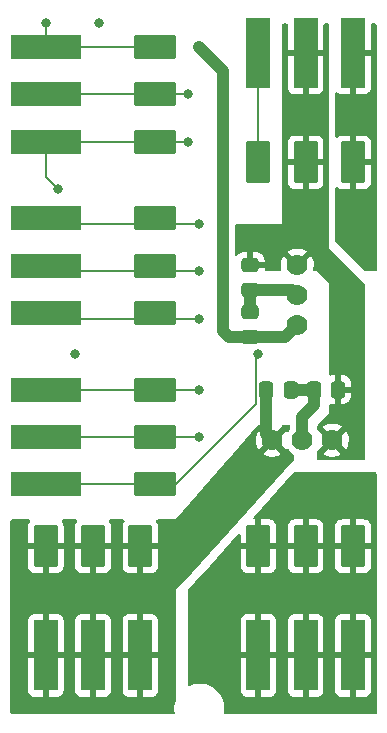
<source format=gbr>
%TF.GenerationSoftware,KiCad,Pcbnew,(6.0.4)*%
%TF.CreationDate,2022-11-04T10:04:38-04:00*%
%TF.ProjectId,controller board,636f6e74-726f-46c6-9c65-7220626f6172,rev?*%
%TF.SameCoordinates,Original*%
%TF.FileFunction,Copper,L1,Top*%
%TF.FilePolarity,Positive*%
%FSLAX46Y46*%
G04 Gerber Fmt 4.6, Leading zero omitted, Abs format (unit mm)*
G04 Created by KiCad (PCBNEW (6.0.4)) date 2022-11-04 10:04:38*
%MOMM*%
%LPD*%
G01*
G04 APERTURE LIST*
G04 Aperture macros list*
%AMRoundRect*
0 Rectangle with rounded corners*
0 $1 Rounding radius*
0 $2 $3 $4 $5 $6 $7 $8 $9 X,Y pos of 4 corners*
0 Add a 4 corners polygon primitive as box body*
4,1,4,$2,$3,$4,$5,$6,$7,$8,$9,$2,$3,0*
0 Add four circle primitives for the rounded corners*
1,1,$1+$1,$2,$3*
1,1,$1+$1,$4,$5*
1,1,$1+$1,$6,$7*
1,1,$1+$1,$8,$9*
0 Add four rect primitives between the rounded corners*
20,1,$1+$1,$2,$3,$4,$5,0*
20,1,$1+$1,$4,$5,$6,$7,0*
20,1,$1+$1,$6,$7,$8,$9,0*
20,1,$1+$1,$8,$9,$2,$3,0*%
G04 Aperture macros list end*
%TA.AperFunction,SMDPad,CuDef*%
%ADD10RoundRect,0.100000X-1.650000X-0.900000X1.650000X-0.900000X1.650000X0.900000X-1.650000X0.900000X0*%
%TD*%
%TA.AperFunction,SMDPad,CuDef*%
%ADD11RoundRect,0.100000X-2.900000X-0.900000X2.900000X-0.900000X2.900000X0.900000X-2.900000X0.900000X0*%
%TD*%
%TA.AperFunction,SMDPad,CuDef*%
%ADD12RoundRect,0.250000X-0.475000X0.337500X-0.475000X-0.337500X0.475000X-0.337500X0.475000X0.337500X0*%
%TD*%
%TA.AperFunction,ComponentPad*%
%ADD13C,1.778000*%
%TD*%
%TA.AperFunction,SMDPad,CuDef*%
%ADD14RoundRect,0.250000X-0.337500X-0.475000X0.337500X-0.475000X0.337500X0.475000X-0.337500X0.475000X0*%
%TD*%
%TA.AperFunction,SMDPad,CuDef*%
%ADD15RoundRect,0.100000X0.900000X-1.650000X0.900000X1.650000X-0.900000X1.650000X-0.900000X-1.650000X0*%
%TD*%
%TA.AperFunction,SMDPad,CuDef*%
%ADD16RoundRect,0.100000X0.900000X-2.900000X0.900000X2.900000X-0.900000X2.900000X-0.900000X-2.900000X0*%
%TD*%
%TA.AperFunction,SMDPad,CuDef*%
%ADD17RoundRect,0.250000X0.337500X0.475000X-0.337500X0.475000X-0.337500X-0.475000X0.337500X-0.475000X0*%
%TD*%
%TA.AperFunction,SMDPad,CuDef*%
%ADD18RoundRect,0.100000X-0.900000X2.900000X-0.900000X-2.900000X0.900000X-2.900000X0.900000X2.900000X0*%
%TD*%
%TA.AperFunction,SMDPad,CuDef*%
%ADD19RoundRect,0.100000X-0.900000X1.650000X-0.900000X-1.650000X0.900000X-1.650000X0.900000X1.650000X0*%
%TD*%
%TA.AperFunction,SMDPad,CuDef*%
%ADD20RoundRect,0.250000X0.475000X-0.337500X0.475000X0.337500X-0.475000X0.337500X-0.475000X-0.337500X0*%
%TD*%
%TA.AperFunction,ViaPad*%
%ADD21C,0.800000*%
%TD*%
%TA.AperFunction,Conductor*%
%ADD22C,0.200000*%
%TD*%
%TA.AperFunction,Conductor*%
%ADD23C,1.000000*%
%TD*%
G04 APERTURE END LIST*
D10*
%TO.P,J6,1,Pin_1*%
%TO.N,/CH3 EN*%
X116250000Y-81000000D03*
D11*
X107000000Y-81000000D03*
D10*
%TO.P,J6,2,Pin_2*%
%TO.N,/CH3 CW*%
X116250000Y-85000000D03*
D11*
X107000000Y-85000000D03*
D10*
%TO.P,J6,3,Pin_3*%
%TO.N,/CH3 WW*%
X116250000Y-89000000D03*
D11*
X107000000Y-89000000D03*
%TD*%
D12*
%TO.P,C1,1*%
%TO.N,+24V*%
X124286000Y-70462500D03*
%TO.P,C1,2*%
%TO.N,GND*%
X124286000Y-72537500D03*
%TD*%
D10*
%TO.P,J5,1,Pin_1*%
%TO.N,/CH2 EN*%
X116250000Y-66500000D03*
D11*
X107000000Y-66500000D03*
D10*
%TO.P,J5,2,Pin_2*%
%TO.N,/CH2 CW*%
X116250000Y-70500000D03*
D11*
X107000000Y-70500000D03*
D10*
%TO.P,J5,3,Pin_3*%
%TO.N,/CH2 WW*%
X116250000Y-74500000D03*
D11*
X107000000Y-74500000D03*
%TD*%
D10*
%TO.P,J4,1,Pin_1*%
%TO.N,/CH1 EN*%
X116250000Y-52000000D03*
D11*
X107000000Y-52000000D03*
%TO.P,J4,2,Pin_2*%
%TO.N,/CH1 CW*%
X107000000Y-56000000D03*
D10*
X116250000Y-56000000D03*
D11*
%TO.P,J4,3,Pin_3*%
%TO.N,/CH1 WW*%
X107000000Y-60000000D03*
D10*
X116250000Y-60000000D03*
%TD*%
D13*
%TO.P,U2,1,+Vin*%
%TO.N,+24V*%
X131254000Y-85286000D03*
%TO.P,U2,2,GND*%
%TO.N,GND*%
X128714000Y-85286000D03*
%TO.P,U2,3,+Vout_12*%
%TO.N,+12V*%
X126174000Y-85286000D03*
%TD*%
D14*
%TO.P,C4,1*%
%TO.N,+12V*%
X125676500Y-81000000D03*
%TO.P,C4,2*%
%TO.N,GND*%
X127751500Y-81000000D03*
%TD*%
D15*
%TO.P,J3,1,Pin_1*%
%TO.N,GND*%
X125000000Y-94250000D03*
D16*
X125000000Y-103500000D03*
D15*
%TO.P,J3,2,Pin_2*%
X129000000Y-94250000D03*
D16*
X129000000Y-103500000D03*
%TO.P,J3,3,Pin_3*%
X133000000Y-103500000D03*
D15*
X133000000Y-94250000D03*
%TD*%
D17*
%TO.P,C2,1*%
%TO.N,+24V*%
X131751500Y-81000000D03*
%TO.P,C2,2*%
%TO.N,GND*%
X129676500Y-81000000D03*
%TD*%
D18*
%TO.P,J1,1,Pin_1*%
%TO.N,GND*%
X133000000Y-52500000D03*
D19*
X133000000Y-61750000D03*
%TO.P,J1,2,Pin_2*%
%TO.N,+24V*%
X129000000Y-61750000D03*
D18*
X129000000Y-52500000D03*
D19*
%TO.P,J1,3,Pin_3*%
%TO.N,unconnected-(J1-Pad3)*%
X125000000Y-61750000D03*
D18*
X125000000Y-52500000D03*
%TD*%
D16*
%TO.P,J2,1,Pin_1*%
%TO.N,+12V*%
X107000000Y-103500000D03*
D15*
X107000000Y-94250000D03*
%TO.P,J2,2,Pin_2*%
X111000000Y-94250000D03*
D16*
X111000000Y-103500000D03*
%TO.P,J2,3,Pin_3*%
X115000000Y-103500000D03*
D15*
X115000000Y-94250000D03*
%TD*%
D13*
%TO.P,U1,1,+Vin*%
%TO.N,+24V*%
X128286000Y-70460000D03*
%TO.P,U1,2,GND*%
%TO.N,GND*%
X128286000Y-73000000D03*
%TO.P,U1,3,+Vout_3v3*%
%TO.N,+3V3*%
X128286000Y-75540000D03*
%TD*%
D20*
%TO.P,C3,1*%
%TO.N,+3V3*%
X124286000Y-76537500D03*
%TO.P,C3,2*%
%TO.N,GND*%
X124286000Y-74462500D03*
%TD*%
D21*
%TO.N,GND*%
X129500000Y-91000000D03*
X134000000Y-64500000D03*
X109500000Y-78000000D03*
X121500000Y-101500000D03*
X120000000Y-100000000D03*
X123000000Y-98500000D03*
X111500000Y-50000000D03*
X134000000Y-69000000D03*
X122981048Y-99981808D03*
X123000000Y-104500000D03*
X134000000Y-91000000D03*
X134000000Y-66000000D03*
X123000000Y-101500000D03*
X126500000Y-91000000D03*
X120000000Y-101500000D03*
X132500000Y-66000000D03*
X131000000Y-91000000D03*
X134000000Y-67500000D03*
X132500000Y-64500000D03*
X122981048Y-102996739D03*
X120000000Y-98500000D03*
X132500000Y-91000000D03*
X132500000Y-67500000D03*
X121500000Y-97000000D03*
X121500000Y-98500000D03*
X121500000Y-103000000D03*
X128000000Y-91000000D03*
X121500000Y-100000000D03*
X120000000Y-103000000D03*
X123000000Y-97000000D03*
%TO.N,+3V3*%
X120000000Y-52000000D03*
%TO.N,/CH1 EN*%
X107000000Y-50000000D03*
%TO.N,/CH1 CW*%
X119000000Y-56000000D03*
%TO.N,/CH1 WW*%
X108000000Y-64000000D03*
X119000000Y-60000000D03*
%TO.N,/CH2 EN*%
X120000000Y-67000000D03*
%TO.N,/CH2 CW*%
X120000000Y-71000000D03*
%TO.N,/CH2 WW*%
X120000000Y-75000000D03*
%TO.N,/CH3 EN*%
X120000000Y-81000000D03*
%TO.N,/CH3 CW*%
X120000000Y-85000000D03*
%TO.N,/CH3 WW*%
X125000000Y-78000000D03*
%TD*%
D22*
%TO.N,unconnected-(J1-Pad3)*%
X125000000Y-52500000D02*
X125000000Y-61750000D01*
D23*
%TO.N,GND*%
X127823500Y-72537500D02*
X128286000Y-73000000D01*
X124286000Y-72537500D02*
X127823500Y-72537500D01*
X124286000Y-72537500D02*
X124286000Y-74462500D01*
%TO.N,+3V3*%
X127288500Y-76537500D02*
X128286000Y-75540000D01*
X124286000Y-76537500D02*
X127288500Y-76537500D01*
X122537500Y-76537500D02*
X124286000Y-76537500D01*
X122000000Y-76000000D02*
X122537500Y-76537500D01*
X120000000Y-52000000D02*
X122000000Y-54000000D01*
X122000000Y-54000000D02*
X122000000Y-76000000D01*
%TO.N,GND*%
X129676500Y-81000000D02*
X129676500Y-82323500D01*
X129676500Y-81000000D02*
X127751500Y-81000000D01*
X129676500Y-82323500D02*
X128714000Y-83286000D01*
X128714000Y-83286000D02*
X128714000Y-85286000D01*
%TO.N,+12V*%
X125676500Y-81000000D02*
X125676500Y-84788500D01*
X125676500Y-84788500D02*
X126174000Y-85286000D01*
D22*
%TO.N,/CH1 EN*%
X107000000Y-52000000D02*
X116250000Y-52000000D01*
X107000000Y-50000000D02*
X107000000Y-52000000D01*
%TO.N,/CH1 CW*%
X119000000Y-56000000D02*
X116250000Y-56000000D01*
X107000000Y-56000000D02*
X116250000Y-56000000D01*
%TO.N,/CH1 WW*%
X107000000Y-60000000D02*
X107000000Y-63000000D01*
X119000000Y-60000000D02*
X116250000Y-60000000D01*
X107000000Y-60000000D02*
X116250000Y-60000000D01*
X107000000Y-63000000D02*
X108000000Y-64000000D01*
%TO.N,/CH2 EN*%
X107000000Y-67000000D02*
X116250000Y-67000000D01*
X120000000Y-67000000D02*
X116250000Y-67000000D01*
%TO.N,/CH2 CW*%
X116250000Y-71000000D02*
X120000000Y-71000000D01*
X107000000Y-71000000D02*
X116250000Y-71000000D01*
%TO.N,/CH2 WW*%
X120000000Y-75000000D02*
X116250000Y-75000000D01*
X107000000Y-75000000D02*
X116250000Y-75000000D01*
%TO.N,/CH3 EN*%
X116250000Y-81000000D02*
X120000000Y-81000000D01*
X107000000Y-81000000D02*
X116250000Y-81000000D01*
%TO.N,/CH3 CW*%
X116250000Y-85000000D02*
X120000000Y-85000000D01*
X116250000Y-85000000D02*
X107000000Y-85000000D01*
%TO.N,/CH3 WW*%
X118000000Y-89000000D02*
X124789480Y-82210520D01*
X124789480Y-82210520D02*
X124789480Y-78210520D01*
X116250000Y-89000000D02*
X118000000Y-89000000D01*
X124789480Y-78210520D02*
X125000000Y-78000000D01*
X107000000Y-89000000D02*
X116250000Y-89000000D01*
%TD*%
%TA.AperFunction,Conductor*%
%TO.N,GND*%
G36*
X134942121Y-88020002D02*
G01*
X134988614Y-88073658D01*
X135000000Y-88126000D01*
X135000000Y-108374000D01*
X134979998Y-108442121D01*
X134926342Y-108488614D01*
X134874000Y-108500000D01*
X122203822Y-108500000D01*
X122135701Y-108479998D01*
X122089208Y-108426342D01*
X122079079Y-108356247D01*
X122107146Y-108159036D01*
X122107146Y-108159034D01*
X122107751Y-108154784D01*
X122109257Y-107867297D01*
X122071732Y-107582266D01*
X121995871Y-107304964D01*
X121883077Y-107040524D01*
X121808527Y-106915960D01*
X121737643Y-106797521D01*
X121737640Y-106797517D01*
X121735439Y-106793839D01*
X121555687Y-106569472D01*
X121432289Y-106452372D01*
X121414745Y-106435723D01*
X123492001Y-106435723D01*
X123492539Y-106443935D01*
X123506572Y-106550533D01*
X123510810Y-106566348D01*
X123565753Y-106698993D01*
X123573941Y-106713176D01*
X123661344Y-106827080D01*
X123672920Y-106838656D01*
X123786824Y-106926059D01*
X123801007Y-106934247D01*
X123933650Y-106989190D01*
X123949468Y-106993428D01*
X124056066Y-107007462D01*
X124064275Y-107008000D01*
X124727885Y-107008000D01*
X124743124Y-107003525D01*
X124744329Y-107002135D01*
X124746000Y-106994452D01*
X124746000Y-106989884D01*
X125254000Y-106989884D01*
X125258475Y-107005123D01*
X125259865Y-107006328D01*
X125267548Y-107007999D01*
X125935723Y-107007999D01*
X125943935Y-107007461D01*
X126050533Y-106993428D01*
X126066348Y-106989190D01*
X126198993Y-106934247D01*
X126213176Y-106926059D01*
X126327080Y-106838656D01*
X126338656Y-106827080D01*
X126426059Y-106713176D01*
X126434247Y-106698993D01*
X126489190Y-106566350D01*
X126493428Y-106550532D01*
X126507462Y-106443934D01*
X126508000Y-106435725D01*
X126508000Y-106435723D01*
X127492001Y-106435723D01*
X127492539Y-106443935D01*
X127506572Y-106550533D01*
X127510810Y-106566348D01*
X127565753Y-106698993D01*
X127573941Y-106713176D01*
X127661344Y-106827080D01*
X127672920Y-106838656D01*
X127786824Y-106926059D01*
X127801007Y-106934247D01*
X127933650Y-106989190D01*
X127949468Y-106993428D01*
X128056066Y-107007462D01*
X128064275Y-107008000D01*
X128727885Y-107008000D01*
X128743124Y-107003525D01*
X128744329Y-107002135D01*
X128746000Y-106994452D01*
X128746000Y-106989884D01*
X129254000Y-106989884D01*
X129258475Y-107005123D01*
X129259865Y-107006328D01*
X129267548Y-107007999D01*
X129935723Y-107007999D01*
X129943935Y-107007461D01*
X130050533Y-106993428D01*
X130066348Y-106989190D01*
X130198993Y-106934247D01*
X130213176Y-106926059D01*
X130327080Y-106838656D01*
X130338656Y-106827080D01*
X130426059Y-106713176D01*
X130434247Y-106698993D01*
X130489190Y-106566350D01*
X130493428Y-106550532D01*
X130507462Y-106443934D01*
X130508000Y-106435725D01*
X130508000Y-106435723D01*
X131492001Y-106435723D01*
X131492539Y-106443935D01*
X131506572Y-106550533D01*
X131510810Y-106566348D01*
X131565753Y-106698993D01*
X131573941Y-106713176D01*
X131661344Y-106827080D01*
X131672920Y-106838656D01*
X131786824Y-106926059D01*
X131801007Y-106934247D01*
X131933650Y-106989190D01*
X131949468Y-106993428D01*
X132056066Y-107007462D01*
X132064275Y-107008000D01*
X132727885Y-107008000D01*
X132743124Y-107003525D01*
X132744329Y-107002135D01*
X132746000Y-106994452D01*
X132746000Y-106989884D01*
X133254000Y-106989884D01*
X133258475Y-107005123D01*
X133259865Y-107006328D01*
X133267548Y-107007999D01*
X133935723Y-107007999D01*
X133943935Y-107007461D01*
X134050533Y-106993428D01*
X134066348Y-106989190D01*
X134198993Y-106934247D01*
X134213176Y-106926059D01*
X134327080Y-106838656D01*
X134338656Y-106827080D01*
X134426059Y-106713176D01*
X134434247Y-106698993D01*
X134489190Y-106566350D01*
X134493428Y-106550532D01*
X134507462Y-106443934D01*
X134508000Y-106435725D01*
X134508000Y-103772115D01*
X134503525Y-103756876D01*
X134502135Y-103755671D01*
X134494452Y-103754000D01*
X133272115Y-103754000D01*
X133256876Y-103758475D01*
X133255671Y-103759865D01*
X133254000Y-103767548D01*
X133254000Y-106989884D01*
X132746000Y-106989884D01*
X132746000Y-103772115D01*
X132741525Y-103756876D01*
X132740135Y-103755671D01*
X132732452Y-103754000D01*
X131510116Y-103754000D01*
X131494877Y-103758475D01*
X131493672Y-103759865D01*
X131492001Y-103767548D01*
X131492001Y-106435723D01*
X130508000Y-106435723D01*
X130508000Y-103772115D01*
X130503525Y-103756876D01*
X130502135Y-103755671D01*
X130494452Y-103754000D01*
X129272115Y-103754000D01*
X129256876Y-103758475D01*
X129255671Y-103759865D01*
X129254000Y-103767548D01*
X129254000Y-106989884D01*
X128746000Y-106989884D01*
X128746000Y-103772115D01*
X128741525Y-103756876D01*
X128740135Y-103755671D01*
X128732452Y-103754000D01*
X127510116Y-103754000D01*
X127494877Y-103758475D01*
X127493672Y-103759865D01*
X127492001Y-103767548D01*
X127492001Y-106435723D01*
X126508000Y-106435723D01*
X126508000Y-103772115D01*
X126503525Y-103756876D01*
X126502135Y-103755671D01*
X126494452Y-103754000D01*
X125272115Y-103754000D01*
X125256876Y-103758475D01*
X125255671Y-103759865D01*
X125254000Y-103767548D01*
X125254000Y-106989884D01*
X124746000Y-106989884D01*
X124746000Y-103772115D01*
X124741525Y-103756876D01*
X124740135Y-103755671D01*
X124732452Y-103754000D01*
X123510116Y-103754000D01*
X123494877Y-103758475D01*
X123493672Y-103759865D01*
X123492001Y-103767548D01*
X123492001Y-106435723D01*
X121414745Y-106435723D01*
X121350258Y-106374527D01*
X121350255Y-106374525D01*
X121347149Y-106371577D01*
X121113683Y-106203814D01*
X121091843Y-106192250D01*
X121068654Y-106179972D01*
X120859608Y-106069288D01*
X120589627Y-105970489D01*
X120308736Y-105909245D01*
X120277685Y-105906801D01*
X120085718Y-105891693D01*
X120085709Y-105891693D01*
X120083261Y-105891500D01*
X119927729Y-105891500D01*
X119925593Y-105891646D01*
X119925582Y-105891646D01*
X119717452Y-105905835D01*
X119717446Y-105905836D01*
X119713175Y-105906127D01*
X119708980Y-105906996D01*
X119708978Y-105906996D01*
X119572416Y-105935277D01*
X119431658Y-105964426D01*
X119396149Y-105977000D01*
X119168060Y-106057771D01*
X119097169Y-106061655D01*
X119035433Y-106026597D01*
X119002450Y-105963726D01*
X119000000Y-105938998D01*
X119000000Y-103227885D01*
X123492000Y-103227885D01*
X123496475Y-103243124D01*
X123497865Y-103244329D01*
X123505548Y-103246000D01*
X124727885Y-103246000D01*
X124743124Y-103241525D01*
X124744329Y-103240135D01*
X124746000Y-103232452D01*
X124746000Y-103227885D01*
X125254000Y-103227885D01*
X125258475Y-103243124D01*
X125259865Y-103244329D01*
X125267548Y-103246000D01*
X126489884Y-103246000D01*
X126505123Y-103241525D01*
X126506328Y-103240135D01*
X126507999Y-103232452D01*
X126507999Y-103227885D01*
X127492000Y-103227885D01*
X127496475Y-103243124D01*
X127497865Y-103244329D01*
X127505548Y-103246000D01*
X128727885Y-103246000D01*
X128743124Y-103241525D01*
X128744329Y-103240135D01*
X128746000Y-103232452D01*
X128746000Y-103227885D01*
X129254000Y-103227885D01*
X129258475Y-103243124D01*
X129259865Y-103244329D01*
X129267548Y-103246000D01*
X130489884Y-103246000D01*
X130505123Y-103241525D01*
X130506328Y-103240135D01*
X130507999Y-103232452D01*
X130507999Y-103227885D01*
X131492000Y-103227885D01*
X131496475Y-103243124D01*
X131497865Y-103244329D01*
X131505548Y-103246000D01*
X132727885Y-103246000D01*
X132743124Y-103241525D01*
X132744329Y-103240135D01*
X132746000Y-103232452D01*
X132746000Y-103227885D01*
X133254000Y-103227885D01*
X133258475Y-103243124D01*
X133259865Y-103244329D01*
X133267548Y-103246000D01*
X134489884Y-103246000D01*
X134505123Y-103241525D01*
X134506328Y-103240135D01*
X134507999Y-103232452D01*
X134507999Y-100564277D01*
X134507461Y-100556065D01*
X134493428Y-100449467D01*
X134489190Y-100433652D01*
X134434247Y-100301007D01*
X134426059Y-100286824D01*
X134338656Y-100172920D01*
X134327080Y-100161344D01*
X134213176Y-100073941D01*
X134198993Y-100065753D01*
X134066350Y-100010810D01*
X134050532Y-100006572D01*
X133943934Y-99992538D01*
X133935725Y-99992000D01*
X133272115Y-99992000D01*
X133256876Y-99996475D01*
X133255671Y-99997865D01*
X133254000Y-100005548D01*
X133254000Y-103227885D01*
X132746000Y-103227885D01*
X132746000Y-100010116D01*
X132741525Y-99994877D01*
X132740135Y-99993672D01*
X132732452Y-99992001D01*
X132064277Y-99992001D01*
X132056065Y-99992539D01*
X131949467Y-100006572D01*
X131933652Y-100010810D01*
X131801007Y-100065753D01*
X131786824Y-100073941D01*
X131672920Y-100161344D01*
X131661344Y-100172920D01*
X131573941Y-100286824D01*
X131565753Y-100301007D01*
X131510810Y-100433650D01*
X131506572Y-100449468D01*
X131492538Y-100556066D01*
X131492000Y-100564275D01*
X131492000Y-103227885D01*
X130507999Y-103227885D01*
X130507999Y-100564277D01*
X130507461Y-100556065D01*
X130493428Y-100449467D01*
X130489190Y-100433652D01*
X130434247Y-100301007D01*
X130426059Y-100286824D01*
X130338656Y-100172920D01*
X130327080Y-100161344D01*
X130213176Y-100073941D01*
X130198993Y-100065753D01*
X130066350Y-100010810D01*
X130050532Y-100006572D01*
X129943934Y-99992538D01*
X129935725Y-99992000D01*
X129272115Y-99992000D01*
X129256876Y-99996475D01*
X129255671Y-99997865D01*
X129254000Y-100005548D01*
X129254000Y-103227885D01*
X128746000Y-103227885D01*
X128746000Y-100010116D01*
X128741525Y-99994877D01*
X128740135Y-99993672D01*
X128732452Y-99992001D01*
X128064277Y-99992001D01*
X128056065Y-99992539D01*
X127949467Y-100006572D01*
X127933652Y-100010810D01*
X127801007Y-100065753D01*
X127786824Y-100073941D01*
X127672920Y-100161344D01*
X127661344Y-100172920D01*
X127573941Y-100286824D01*
X127565753Y-100301007D01*
X127510810Y-100433650D01*
X127506572Y-100449468D01*
X127492538Y-100556066D01*
X127492000Y-100564275D01*
X127492000Y-103227885D01*
X126507999Y-103227885D01*
X126507999Y-100564277D01*
X126507461Y-100556065D01*
X126493428Y-100449467D01*
X126489190Y-100433652D01*
X126434247Y-100301007D01*
X126426059Y-100286824D01*
X126338656Y-100172920D01*
X126327080Y-100161344D01*
X126213176Y-100073941D01*
X126198993Y-100065753D01*
X126066350Y-100010810D01*
X126050532Y-100006572D01*
X125943934Y-99992538D01*
X125935725Y-99992000D01*
X125272115Y-99992000D01*
X125256876Y-99996475D01*
X125255671Y-99997865D01*
X125254000Y-100005548D01*
X125254000Y-103227885D01*
X124746000Y-103227885D01*
X124746000Y-100010116D01*
X124741525Y-99994877D01*
X124740135Y-99993672D01*
X124732452Y-99992001D01*
X124064277Y-99992001D01*
X124056065Y-99992539D01*
X123949467Y-100006572D01*
X123933652Y-100010810D01*
X123801007Y-100065753D01*
X123786824Y-100073941D01*
X123672920Y-100161344D01*
X123661344Y-100172920D01*
X123573941Y-100286824D01*
X123565753Y-100301007D01*
X123510810Y-100433650D01*
X123506572Y-100449468D01*
X123492538Y-100556066D01*
X123492000Y-100564275D01*
X123492000Y-103227885D01*
X119000000Y-103227885D01*
X119000000Y-98048351D01*
X119020002Y-97980230D01*
X119032345Y-97964061D01*
X120346828Y-96503525D01*
X120857850Y-95935723D01*
X123492001Y-95935723D01*
X123492539Y-95943935D01*
X123506572Y-96050533D01*
X123510810Y-96066348D01*
X123565753Y-96198993D01*
X123573941Y-96213176D01*
X123661344Y-96327080D01*
X123672920Y-96338656D01*
X123786824Y-96426059D01*
X123801007Y-96434247D01*
X123933650Y-96489190D01*
X123949468Y-96493428D01*
X124056066Y-96507462D01*
X124064275Y-96508000D01*
X124727885Y-96508000D01*
X124743124Y-96503525D01*
X124744329Y-96502135D01*
X124746000Y-96494452D01*
X124746000Y-96489884D01*
X125254000Y-96489884D01*
X125258475Y-96505123D01*
X125259865Y-96506328D01*
X125267548Y-96507999D01*
X125935723Y-96507999D01*
X125943935Y-96507461D01*
X126050533Y-96493428D01*
X126066348Y-96489190D01*
X126198993Y-96434247D01*
X126213176Y-96426059D01*
X126327080Y-96338656D01*
X126338656Y-96327080D01*
X126426059Y-96213176D01*
X126434247Y-96198993D01*
X126489190Y-96066350D01*
X126493428Y-96050532D01*
X126507462Y-95943934D01*
X126508000Y-95935725D01*
X126508000Y-95935723D01*
X127492001Y-95935723D01*
X127492539Y-95943935D01*
X127506572Y-96050533D01*
X127510810Y-96066348D01*
X127565753Y-96198993D01*
X127573941Y-96213176D01*
X127661344Y-96327080D01*
X127672920Y-96338656D01*
X127786824Y-96426059D01*
X127801007Y-96434247D01*
X127933650Y-96489190D01*
X127949468Y-96493428D01*
X128056066Y-96507462D01*
X128064275Y-96508000D01*
X128727885Y-96508000D01*
X128743124Y-96503525D01*
X128744329Y-96502135D01*
X128746000Y-96494452D01*
X128746000Y-96489884D01*
X129254000Y-96489884D01*
X129258475Y-96505123D01*
X129259865Y-96506328D01*
X129267548Y-96507999D01*
X129935723Y-96507999D01*
X129943935Y-96507461D01*
X130050533Y-96493428D01*
X130066348Y-96489190D01*
X130198993Y-96434247D01*
X130213176Y-96426059D01*
X130327080Y-96338656D01*
X130338656Y-96327080D01*
X130426059Y-96213176D01*
X130434247Y-96198993D01*
X130489190Y-96066350D01*
X130493428Y-96050532D01*
X130507462Y-95943934D01*
X130508000Y-95935725D01*
X130508000Y-95935723D01*
X131492001Y-95935723D01*
X131492539Y-95943935D01*
X131506572Y-96050533D01*
X131510810Y-96066348D01*
X131565753Y-96198993D01*
X131573941Y-96213176D01*
X131661344Y-96327080D01*
X131672920Y-96338656D01*
X131786824Y-96426059D01*
X131801007Y-96434247D01*
X131933650Y-96489190D01*
X131949468Y-96493428D01*
X132056066Y-96507462D01*
X132064275Y-96508000D01*
X132727885Y-96508000D01*
X132743124Y-96503525D01*
X132744329Y-96502135D01*
X132746000Y-96494452D01*
X132746000Y-96489884D01*
X133254000Y-96489884D01*
X133258475Y-96505123D01*
X133259865Y-96506328D01*
X133267548Y-96507999D01*
X133935723Y-96507999D01*
X133943935Y-96507461D01*
X134050533Y-96493428D01*
X134066348Y-96489190D01*
X134198993Y-96434247D01*
X134213176Y-96426059D01*
X134327080Y-96338656D01*
X134338656Y-96327080D01*
X134426059Y-96213176D01*
X134434247Y-96198993D01*
X134489190Y-96066350D01*
X134493428Y-96050532D01*
X134507462Y-95943934D01*
X134508000Y-95935725D01*
X134508000Y-94522115D01*
X134503525Y-94506876D01*
X134502135Y-94505671D01*
X134494452Y-94504000D01*
X133272115Y-94504000D01*
X133256876Y-94508475D01*
X133255671Y-94509865D01*
X133254000Y-94517548D01*
X133254000Y-96489884D01*
X132746000Y-96489884D01*
X132746000Y-94522115D01*
X132741525Y-94506876D01*
X132740135Y-94505671D01*
X132732452Y-94504000D01*
X131510116Y-94504000D01*
X131494877Y-94508475D01*
X131493672Y-94509865D01*
X131492001Y-94517548D01*
X131492001Y-95935723D01*
X130508000Y-95935723D01*
X130508000Y-94522115D01*
X130503525Y-94506876D01*
X130502135Y-94505671D01*
X130494452Y-94504000D01*
X129272115Y-94504000D01*
X129256876Y-94508475D01*
X129255671Y-94509865D01*
X129254000Y-94517548D01*
X129254000Y-96489884D01*
X128746000Y-96489884D01*
X128746000Y-94522115D01*
X128741525Y-94506876D01*
X128740135Y-94505671D01*
X128732452Y-94504000D01*
X127510116Y-94504000D01*
X127494877Y-94508475D01*
X127493672Y-94509865D01*
X127492001Y-94517548D01*
X127492001Y-95935723D01*
X126508000Y-95935723D01*
X126508000Y-94522115D01*
X126503525Y-94506876D01*
X126502135Y-94505671D01*
X126494452Y-94504000D01*
X125272115Y-94504000D01*
X125256876Y-94508475D01*
X125255671Y-94509865D01*
X125254000Y-94517548D01*
X125254000Y-96489884D01*
X124746000Y-96489884D01*
X124746000Y-94522115D01*
X124741525Y-94506876D01*
X124740135Y-94505671D01*
X124732452Y-94504000D01*
X123510116Y-94504000D01*
X123494877Y-94508475D01*
X123493672Y-94509865D01*
X123492001Y-94517548D01*
X123492001Y-95935723D01*
X120857850Y-95935723D01*
X123272345Y-93252950D01*
X123332783Y-93215697D01*
X123403767Y-93217033D01*
X123462760Y-93256534D01*
X123491033Y-93321658D01*
X123492000Y-93337240D01*
X123492000Y-93977885D01*
X123496475Y-93993124D01*
X123497865Y-93994329D01*
X123505548Y-93996000D01*
X124727885Y-93996000D01*
X124743124Y-93991525D01*
X124744329Y-93990135D01*
X124746000Y-93982452D01*
X124746000Y-93977885D01*
X125254000Y-93977885D01*
X125258475Y-93993124D01*
X125259865Y-93994329D01*
X125267548Y-93996000D01*
X126489884Y-93996000D01*
X126505123Y-93991525D01*
X126506328Y-93990135D01*
X126507999Y-93982452D01*
X126507999Y-93977885D01*
X127492000Y-93977885D01*
X127496475Y-93993124D01*
X127497865Y-93994329D01*
X127505548Y-93996000D01*
X128727885Y-93996000D01*
X128743124Y-93991525D01*
X128744329Y-93990135D01*
X128746000Y-93982452D01*
X128746000Y-93977885D01*
X129254000Y-93977885D01*
X129258475Y-93993124D01*
X129259865Y-93994329D01*
X129267548Y-93996000D01*
X130489884Y-93996000D01*
X130505123Y-93991525D01*
X130506328Y-93990135D01*
X130507999Y-93982452D01*
X130507999Y-93977885D01*
X131492000Y-93977885D01*
X131496475Y-93993124D01*
X131497865Y-93994329D01*
X131505548Y-93996000D01*
X132727885Y-93996000D01*
X132743124Y-93991525D01*
X132744329Y-93990135D01*
X132746000Y-93982452D01*
X132746000Y-93977885D01*
X133254000Y-93977885D01*
X133258475Y-93993124D01*
X133259865Y-93994329D01*
X133267548Y-93996000D01*
X134489884Y-93996000D01*
X134505123Y-93991525D01*
X134506328Y-93990135D01*
X134507999Y-93982452D01*
X134507999Y-92564277D01*
X134507461Y-92556065D01*
X134493428Y-92449467D01*
X134489190Y-92433652D01*
X134434247Y-92301007D01*
X134426059Y-92286824D01*
X134338656Y-92172920D01*
X134327080Y-92161344D01*
X134213176Y-92073941D01*
X134198993Y-92065753D01*
X134066350Y-92010810D01*
X134050532Y-92006572D01*
X133943934Y-91992538D01*
X133935725Y-91992000D01*
X133272115Y-91992000D01*
X133256876Y-91996475D01*
X133255671Y-91997865D01*
X133254000Y-92005548D01*
X133254000Y-93977885D01*
X132746000Y-93977885D01*
X132746000Y-92010116D01*
X132741525Y-91994877D01*
X132740135Y-91993672D01*
X132732452Y-91992001D01*
X132064277Y-91992001D01*
X132056065Y-91992539D01*
X131949467Y-92006572D01*
X131933652Y-92010810D01*
X131801007Y-92065753D01*
X131786824Y-92073941D01*
X131672920Y-92161344D01*
X131661344Y-92172920D01*
X131573941Y-92286824D01*
X131565753Y-92301007D01*
X131510810Y-92433650D01*
X131506572Y-92449468D01*
X131492538Y-92556066D01*
X131492000Y-92564275D01*
X131492000Y-93977885D01*
X130507999Y-93977885D01*
X130507999Y-92564277D01*
X130507461Y-92556065D01*
X130493428Y-92449467D01*
X130489190Y-92433652D01*
X130434247Y-92301007D01*
X130426059Y-92286824D01*
X130338656Y-92172920D01*
X130327080Y-92161344D01*
X130213176Y-92073941D01*
X130198993Y-92065753D01*
X130066350Y-92010810D01*
X130050532Y-92006572D01*
X129943934Y-91992538D01*
X129935725Y-91992000D01*
X129272115Y-91992000D01*
X129256876Y-91996475D01*
X129255671Y-91997865D01*
X129254000Y-92005548D01*
X129254000Y-93977885D01*
X128746000Y-93977885D01*
X128746000Y-92010116D01*
X128741525Y-91994877D01*
X128740135Y-91993672D01*
X128732452Y-91992001D01*
X128064277Y-91992001D01*
X128056065Y-91992539D01*
X127949467Y-92006572D01*
X127933652Y-92010810D01*
X127801007Y-92065753D01*
X127786824Y-92073941D01*
X127672920Y-92161344D01*
X127661344Y-92172920D01*
X127573941Y-92286824D01*
X127565753Y-92301007D01*
X127510810Y-92433650D01*
X127506572Y-92449468D01*
X127492538Y-92556066D01*
X127492000Y-92564275D01*
X127492000Y-93977885D01*
X126507999Y-93977885D01*
X126507999Y-92564277D01*
X126507461Y-92556065D01*
X126493428Y-92449467D01*
X126489190Y-92433652D01*
X126434247Y-92301007D01*
X126426059Y-92286824D01*
X126338656Y-92172920D01*
X126327080Y-92161344D01*
X126213176Y-92073941D01*
X126198993Y-92065753D01*
X126066350Y-92010810D01*
X126050532Y-92006572D01*
X125943934Y-91992538D01*
X125935725Y-91992000D01*
X125272115Y-91992000D01*
X125256876Y-91996475D01*
X125255671Y-91997865D01*
X125254000Y-92005548D01*
X125254000Y-93977885D01*
X124746000Y-93977885D01*
X124746000Y-92010116D01*
X124741525Y-91994877D01*
X124740135Y-91993672D01*
X124732452Y-91992001D01*
X124690115Y-91992001D01*
X124621994Y-91971999D01*
X124575501Y-91918343D01*
X124565397Y-91848069D01*
X124596460Y-91781711D01*
X127962461Y-88041710D01*
X128022899Y-88004457D01*
X128056116Y-88000000D01*
X134874000Y-88000000D01*
X134942121Y-88020002D01*
G37*
%TD.AperFunction*%
%TD*%
%TA.AperFunction,Conductor*%
%TO.N,+24V*%
G36*
X127434121Y-50020002D02*
G01*
X127480614Y-50073658D01*
X127492000Y-50126000D01*
X127492000Y-52227885D01*
X127496475Y-52243124D01*
X127497865Y-52244329D01*
X127505548Y-52246000D01*
X130489884Y-52246000D01*
X130505123Y-52241525D01*
X130506328Y-52240135D01*
X130507999Y-52232452D01*
X130507999Y-50126000D01*
X130528001Y-50057879D01*
X130581657Y-50011386D01*
X130633999Y-50000000D01*
X130874000Y-50000000D01*
X130942121Y-50020002D01*
X130988614Y-50073658D01*
X131000000Y-50126000D01*
X131000000Y-69000000D01*
X133963095Y-71963095D01*
X133997121Y-72025407D01*
X134000000Y-72052190D01*
X134000000Y-86874000D01*
X133979998Y-86942121D01*
X133926342Y-86988614D01*
X133874000Y-87000000D01*
X130126000Y-87000000D01*
X130057879Y-86979998D01*
X130011386Y-86926342D01*
X130000000Y-86874000D01*
X130000000Y-86439365D01*
X130465464Y-86439365D01*
X130470745Y-86446420D01*
X130643846Y-86547571D01*
X130653132Y-86552021D01*
X130858083Y-86630283D01*
X130867981Y-86633159D01*
X131082962Y-86676897D01*
X131093190Y-86678116D01*
X131312425Y-86686156D01*
X131322711Y-86685689D01*
X131540320Y-86657813D01*
X131550398Y-86655671D01*
X131760527Y-86592629D01*
X131770125Y-86588868D01*
X131967138Y-86492352D01*
X131975983Y-86487079D01*
X132031209Y-86447686D01*
X132039609Y-86436987D01*
X132032622Y-86423833D01*
X131266811Y-85658021D01*
X131252868Y-85650408D01*
X131251034Y-85650539D01*
X131244420Y-85654790D01*
X130472221Y-86426990D01*
X130465464Y-86439365D01*
X130000000Y-86439365D01*
X130000000Y-86200342D01*
X130020002Y-86132221D01*
X130076124Y-86084634D01*
X130111331Y-86069458D01*
X130881979Y-85298811D01*
X130888356Y-85287132D01*
X131618408Y-85287132D01*
X131618539Y-85288966D01*
X131622790Y-85295580D01*
X132392425Y-86065214D01*
X132404431Y-86071770D01*
X132416170Y-86062802D01*
X132452549Y-86012174D01*
X132457860Y-86003335D01*
X132555056Y-85806675D01*
X132558854Y-85797082D01*
X132622628Y-85587177D01*
X132624805Y-85577107D01*
X132653677Y-85357799D01*
X132654196Y-85351124D01*
X132655706Y-85289364D01*
X132655512Y-85282646D01*
X132637389Y-85062203D01*
X132635706Y-85052041D01*
X132582261Y-84839263D01*
X132578943Y-84829516D01*
X132491462Y-84628323D01*
X132486595Y-84619246D01*
X132415268Y-84508993D01*
X132404582Y-84499791D01*
X132395017Y-84504194D01*
X131626021Y-85273189D01*
X131618408Y-85287132D01*
X130888356Y-85287132D01*
X130889592Y-85284868D01*
X130889461Y-85283034D01*
X130885210Y-85276420D01*
X130115778Y-84506989D01*
X130072662Y-84483446D01*
X130065602Y-84481909D01*
X130015406Y-84431701D01*
X130000000Y-84371328D01*
X130000000Y-84134570D01*
X130467365Y-84134570D01*
X130474108Y-84146897D01*
X131241189Y-84913979D01*
X131255132Y-84921592D01*
X131256966Y-84921461D01*
X131263580Y-84917210D01*
X132035162Y-84145627D01*
X132042179Y-84132776D01*
X132034405Y-84122107D01*
X132033796Y-84121625D01*
X132025210Y-84115921D01*
X131833151Y-84009900D01*
X131823752Y-84005675D01*
X131616950Y-83932443D01*
X131606993Y-83929813D01*
X131391008Y-83891339D01*
X131380757Y-83890370D01*
X131161386Y-83887690D01*
X131151102Y-83888410D01*
X130934251Y-83921592D01*
X130924224Y-83923981D01*
X130715704Y-83992135D01*
X130706195Y-83996132D01*
X130511603Y-84097431D01*
X130502890Y-84102918D01*
X130475819Y-84123244D01*
X130467365Y-84134570D01*
X130000000Y-84134570D01*
X130000000Y-84052190D01*
X130020002Y-83984069D01*
X130036905Y-83963095D01*
X131000000Y-83000000D01*
X131000000Y-82310860D01*
X131020002Y-82242739D01*
X131073658Y-82196246D01*
X131143932Y-82186142D01*
X131165668Y-82191267D01*
X131252710Y-82220138D01*
X131266086Y-82223005D01*
X131360438Y-82232672D01*
X131366854Y-82233000D01*
X131479385Y-82233000D01*
X131494624Y-82228525D01*
X131495829Y-82227135D01*
X131497500Y-82219452D01*
X131497500Y-82214884D01*
X132005500Y-82214884D01*
X132009975Y-82230123D01*
X132011365Y-82231328D01*
X132019048Y-82232999D01*
X132136095Y-82232999D01*
X132142614Y-82232662D01*
X132238206Y-82222743D01*
X132251600Y-82219851D01*
X132405784Y-82168412D01*
X132418962Y-82162239D01*
X132556807Y-82076937D01*
X132568208Y-82067901D01*
X132682739Y-81953171D01*
X132691751Y-81941760D01*
X132776816Y-81803757D01*
X132782963Y-81790576D01*
X132834138Y-81636290D01*
X132837005Y-81622914D01*
X132846672Y-81528562D01*
X132847000Y-81522146D01*
X132847000Y-81272115D01*
X132842525Y-81256876D01*
X132841135Y-81255671D01*
X132833452Y-81254000D01*
X132023615Y-81254000D01*
X132008376Y-81258475D01*
X132007171Y-81259865D01*
X132005500Y-81267548D01*
X132005500Y-82214884D01*
X131497500Y-82214884D01*
X131497500Y-80727885D01*
X132005500Y-80727885D01*
X132009975Y-80743124D01*
X132011365Y-80744329D01*
X132019048Y-80746000D01*
X132828884Y-80746000D01*
X132844123Y-80741525D01*
X132845328Y-80740135D01*
X132846999Y-80732452D01*
X132846999Y-80477905D01*
X132846662Y-80471386D01*
X132836743Y-80375794D01*
X132833851Y-80362400D01*
X132782412Y-80208216D01*
X132776239Y-80195038D01*
X132690937Y-80057193D01*
X132681901Y-80045792D01*
X132567171Y-79931261D01*
X132555760Y-79922249D01*
X132417757Y-79837184D01*
X132404576Y-79831037D01*
X132250290Y-79779862D01*
X132236914Y-79776995D01*
X132142562Y-79767328D01*
X132136145Y-79767000D01*
X132023615Y-79767000D01*
X132008376Y-79771475D01*
X132007171Y-79772865D01*
X132005500Y-79780548D01*
X132005500Y-80727885D01*
X131497500Y-80727885D01*
X131497500Y-79785116D01*
X131493025Y-79769877D01*
X131491635Y-79768672D01*
X131483952Y-79767001D01*
X131366905Y-79767001D01*
X131360386Y-79767338D01*
X131264794Y-79777257D01*
X131251400Y-79780149D01*
X131165876Y-79808682D01*
X131094927Y-79811266D01*
X131033843Y-79775083D01*
X131002018Y-79711618D01*
X131000000Y-79689158D01*
X131000000Y-72000000D01*
X130000000Y-71000000D01*
X129752037Y-71000000D01*
X129683916Y-70979998D01*
X129637423Y-70926342D01*
X129627319Y-70856068D01*
X129631479Y-70837371D01*
X129654626Y-70761185D01*
X129656805Y-70751107D01*
X129685677Y-70531799D01*
X129686196Y-70525124D01*
X129687706Y-70463364D01*
X129687512Y-70456646D01*
X129669389Y-70236203D01*
X129667706Y-70226041D01*
X129614261Y-70013263D01*
X129610943Y-70003516D01*
X129523462Y-69802323D01*
X129518595Y-69793246D01*
X129447268Y-69682993D01*
X129436582Y-69673791D01*
X129427017Y-69678194D01*
X128645210Y-70460000D01*
X128375095Y-70730116D01*
X128312783Y-70764141D01*
X128241967Y-70759076D01*
X128196905Y-70730115D01*
X127926790Y-70460000D01*
X127147782Y-69680993D01*
X127136246Y-69674693D01*
X127123964Y-69684316D01*
X127070064Y-69763329D01*
X127064976Y-69772285D01*
X126972611Y-69971270D01*
X126969048Y-69980957D01*
X126910424Y-70192347D01*
X126908493Y-70202468D01*
X126885178Y-70420619D01*
X126884927Y-70430907D01*
X126897557Y-70649932D01*
X126898990Y-70660131D01*
X126940945Y-70846299D01*
X126936409Y-70917151D01*
X126894287Y-70974302D01*
X126827954Y-70999608D01*
X126818028Y-71000000D01*
X125643238Y-71000000D01*
X125575117Y-70979998D01*
X125528624Y-70926342D01*
X125517894Y-70861158D01*
X125518672Y-70853562D01*
X125519000Y-70847146D01*
X125519000Y-70734615D01*
X125514525Y-70719376D01*
X125513135Y-70718171D01*
X125505452Y-70716500D01*
X124158000Y-70716500D01*
X124089879Y-70696498D01*
X124043386Y-70642842D01*
X124032000Y-70590500D01*
X124032000Y-70190385D01*
X124540000Y-70190385D01*
X124544475Y-70205624D01*
X124545865Y-70206829D01*
X124553548Y-70208500D01*
X125500884Y-70208500D01*
X125516123Y-70204025D01*
X125517328Y-70202635D01*
X125518999Y-70194952D01*
X125518999Y-70077905D01*
X125518662Y-70071386D01*
X125508743Y-69975794D01*
X125505851Y-69962400D01*
X125454412Y-69808216D01*
X125448239Y-69795038D01*
X125362937Y-69657193D01*
X125353901Y-69645792D01*
X125239171Y-69531261D01*
X125227760Y-69522249D01*
X125089757Y-69437184D01*
X125076576Y-69431037D01*
X124922290Y-69379862D01*
X124908914Y-69376995D01*
X124814562Y-69367328D01*
X124808145Y-69367000D01*
X124558115Y-69367000D01*
X124542876Y-69371475D01*
X124541671Y-69372865D01*
X124540000Y-69380548D01*
X124540000Y-70190385D01*
X124032000Y-70190385D01*
X124032000Y-69385116D01*
X124027525Y-69369877D01*
X124026135Y-69368672D01*
X124018452Y-69367001D01*
X123763905Y-69367001D01*
X123757386Y-69367338D01*
X123661794Y-69377257D01*
X123648400Y-69380149D01*
X123494216Y-69431588D01*
X123481038Y-69437761D01*
X123343193Y-69523063D01*
X123331792Y-69532099D01*
X123215673Y-69648420D01*
X123153390Y-69682499D01*
X123082570Y-69677496D01*
X123025697Y-69634999D01*
X123000829Y-69568500D01*
X123000500Y-69559402D01*
X123000500Y-69308570D01*
X127499365Y-69308570D01*
X127506108Y-69320897D01*
X128273189Y-70087979D01*
X128287132Y-70095592D01*
X128288966Y-70095461D01*
X128295580Y-70091210D01*
X129067162Y-69319627D01*
X129074179Y-69306776D01*
X129066405Y-69296107D01*
X129065796Y-69295625D01*
X129057210Y-69289921D01*
X128865151Y-69183900D01*
X128855752Y-69179675D01*
X128648950Y-69106443D01*
X128638993Y-69103813D01*
X128423008Y-69065339D01*
X128412757Y-69064370D01*
X128193386Y-69061690D01*
X128183102Y-69062410D01*
X127966251Y-69095592D01*
X127956224Y-69097981D01*
X127747704Y-69166135D01*
X127738195Y-69170132D01*
X127543603Y-69271431D01*
X127534890Y-69276918D01*
X127507819Y-69297244D01*
X127499365Y-69308570D01*
X123000500Y-69308570D01*
X123000500Y-67126000D01*
X123020502Y-67057879D01*
X123074158Y-67011386D01*
X123126500Y-67000000D01*
X127000000Y-67000000D01*
X127000000Y-63435723D01*
X127492001Y-63435723D01*
X127492539Y-63443935D01*
X127506572Y-63550533D01*
X127510810Y-63566348D01*
X127565753Y-63698993D01*
X127573941Y-63713176D01*
X127661344Y-63827080D01*
X127672920Y-63838656D01*
X127786824Y-63926059D01*
X127801007Y-63934247D01*
X127933650Y-63989190D01*
X127949468Y-63993428D01*
X128056066Y-64007462D01*
X128064275Y-64008000D01*
X128727885Y-64008000D01*
X128743124Y-64003525D01*
X128744329Y-64002135D01*
X128746000Y-63994452D01*
X128746000Y-63989884D01*
X129254000Y-63989884D01*
X129258475Y-64005123D01*
X129259865Y-64006328D01*
X129267548Y-64007999D01*
X129935723Y-64007999D01*
X129943935Y-64007461D01*
X130050533Y-63993428D01*
X130066348Y-63989190D01*
X130198993Y-63934247D01*
X130213176Y-63926059D01*
X130327080Y-63838656D01*
X130338656Y-63827080D01*
X130426059Y-63713176D01*
X130434247Y-63698993D01*
X130489190Y-63566350D01*
X130493428Y-63550532D01*
X130507462Y-63443934D01*
X130508000Y-63435725D01*
X130508000Y-62022115D01*
X130503525Y-62006876D01*
X130502135Y-62005671D01*
X130494452Y-62004000D01*
X129272115Y-62004000D01*
X129256876Y-62008475D01*
X129255671Y-62009865D01*
X129254000Y-62017548D01*
X129254000Y-63989884D01*
X128746000Y-63989884D01*
X128746000Y-62022115D01*
X128741525Y-62006876D01*
X128740135Y-62005671D01*
X128732452Y-62004000D01*
X127510116Y-62004000D01*
X127494877Y-62008475D01*
X127493672Y-62009865D01*
X127492001Y-62017548D01*
X127492001Y-63435723D01*
X127000000Y-63435723D01*
X127000000Y-61477885D01*
X127492000Y-61477885D01*
X127496475Y-61493124D01*
X127497865Y-61494329D01*
X127505548Y-61496000D01*
X128727885Y-61496000D01*
X128743124Y-61491525D01*
X128744329Y-61490135D01*
X128746000Y-61482452D01*
X128746000Y-61477885D01*
X129254000Y-61477885D01*
X129258475Y-61493124D01*
X129259865Y-61494329D01*
X129267548Y-61496000D01*
X130489884Y-61496000D01*
X130505123Y-61491525D01*
X130506328Y-61490135D01*
X130507999Y-61482452D01*
X130507999Y-60064277D01*
X130507461Y-60056065D01*
X130493428Y-59949467D01*
X130489190Y-59933652D01*
X130434247Y-59801007D01*
X130426059Y-59786824D01*
X130338656Y-59672920D01*
X130327080Y-59661344D01*
X130213176Y-59573941D01*
X130198993Y-59565753D01*
X130066350Y-59510810D01*
X130050532Y-59506572D01*
X129943934Y-59492538D01*
X129935725Y-59492000D01*
X129272115Y-59492000D01*
X129256876Y-59496475D01*
X129255671Y-59497865D01*
X129254000Y-59505548D01*
X129254000Y-61477885D01*
X128746000Y-61477885D01*
X128746000Y-59510116D01*
X128741525Y-59494877D01*
X128740135Y-59493672D01*
X128732452Y-59492001D01*
X128064277Y-59492001D01*
X128056065Y-59492539D01*
X127949467Y-59506572D01*
X127933652Y-59510810D01*
X127801007Y-59565753D01*
X127786824Y-59573941D01*
X127672920Y-59661344D01*
X127661344Y-59672920D01*
X127573941Y-59786824D01*
X127565753Y-59801007D01*
X127510810Y-59933650D01*
X127506572Y-59949468D01*
X127492538Y-60056066D01*
X127492000Y-60064275D01*
X127492000Y-61477885D01*
X127000000Y-61477885D01*
X127000000Y-55435723D01*
X127492001Y-55435723D01*
X127492539Y-55443935D01*
X127506572Y-55550533D01*
X127510810Y-55566348D01*
X127565753Y-55698993D01*
X127573941Y-55713176D01*
X127661344Y-55827080D01*
X127672920Y-55838656D01*
X127786824Y-55926059D01*
X127801007Y-55934247D01*
X127933650Y-55989190D01*
X127949468Y-55993428D01*
X128056066Y-56007462D01*
X128064275Y-56008000D01*
X128727885Y-56008000D01*
X128743124Y-56003525D01*
X128744329Y-56002135D01*
X128746000Y-55994452D01*
X128746000Y-55989884D01*
X129254000Y-55989884D01*
X129258475Y-56005123D01*
X129259865Y-56006328D01*
X129267548Y-56007999D01*
X129935723Y-56007999D01*
X129943935Y-56007461D01*
X130050533Y-55993428D01*
X130066348Y-55989190D01*
X130198993Y-55934247D01*
X130213176Y-55926059D01*
X130327080Y-55838656D01*
X130338656Y-55827080D01*
X130426059Y-55713176D01*
X130434247Y-55698993D01*
X130489190Y-55566350D01*
X130493428Y-55550532D01*
X130507462Y-55443934D01*
X130508000Y-55435725D01*
X130508000Y-52772115D01*
X130503525Y-52756876D01*
X130502135Y-52755671D01*
X130494452Y-52754000D01*
X129272115Y-52754000D01*
X129256876Y-52758475D01*
X129255671Y-52759865D01*
X129254000Y-52767548D01*
X129254000Y-55989884D01*
X128746000Y-55989884D01*
X128746000Y-52772115D01*
X128741525Y-52756876D01*
X128740135Y-52755671D01*
X128732452Y-52754000D01*
X127510116Y-52754000D01*
X127494877Y-52758475D01*
X127493672Y-52759865D01*
X127492001Y-52767548D01*
X127492001Y-55435723D01*
X127000000Y-55435723D01*
X127000000Y-50126000D01*
X127020002Y-50057879D01*
X127073658Y-50011386D01*
X127126000Y-50000000D01*
X127366000Y-50000000D01*
X127434121Y-50020002D01*
G37*
%TD.AperFunction*%
%TD*%
%TA.AperFunction,Conductor*%
%TO.N,GND*%
G36*
X134942121Y-50020002D02*
G01*
X134988614Y-50073658D01*
X135000000Y-50126000D01*
X135000000Y-70874000D01*
X134979998Y-70942121D01*
X134926342Y-70988614D01*
X134874000Y-71000000D01*
X134052190Y-71000000D01*
X133984069Y-70979998D01*
X133963095Y-70963095D01*
X131536905Y-68536905D01*
X131502879Y-68474593D01*
X131500000Y-68447810D01*
X131500000Y-63961472D01*
X131520002Y-63893351D01*
X131573658Y-63846858D01*
X131643932Y-63836754D01*
X131702705Y-63861510D01*
X131786828Y-63926061D01*
X131801007Y-63934247D01*
X131933650Y-63989190D01*
X131949468Y-63993428D01*
X132056066Y-64007462D01*
X132064275Y-64008000D01*
X132727885Y-64008000D01*
X132743124Y-64003525D01*
X132744329Y-64002135D01*
X132746000Y-63994452D01*
X132746000Y-63989884D01*
X133254000Y-63989884D01*
X133258475Y-64005123D01*
X133259865Y-64006328D01*
X133267548Y-64007999D01*
X133935723Y-64007999D01*
X133943935Y-64007461D01*
X134050533Y-63993428D01*
X134066348Y-63989190D01*
X134198993Y-63934247D01*
X134213176Y-63926059D01*
X134327080Y-63838656D01*
X134338656Y-63827080D01*
X134426059Y-63713176D01*
X134434247Y-63698993D01*
X134489190Y-63566350D01*
X134493428Y-63550532D01*
X134507462Y-63443934D01*
X134508000Y-63435725D01*
X134508000Y-62022115D01*
X134503525Y-62006876D01*
X134502135Y-62005671D01*
X134494452Y-62004000D01*
X133272115Y-62004000D01*
X133256876Y-62008475D01*
X133255671Y-62009865D01*
X133254000Y-62017548D01*
X133254000Y-63989884D01*
X132746000Y-63989884D01*
X132746000Y-61477885D01*
X133254000Y-61477885D01*
X133258475Y-61493124D01*
X133259865Y-61494329D01*
X133267548Y-61496000D01*
X134489884Y-61496000D01*
X134505123Y-61491525D01*
X134506328Y-61490135D01*
X134507999Y-61482452D01*
X134507999Y-60064277D01*
X134507461Y-60056065D01*
X134493428Y-59949467D01*
X134489190Y-59933652D01*
X134434247Y-59801007D01*
X134426059Y-59786824D01*
X134338656Y-59672920D01*
X134327080Y-59661344D01*
X134213176Y-59573941D01*
X134198993Y-59565753D01*
X134066350Y-59510810D01*
X134050532Y-59506572D01*
X133943934Y-59492538D01*
X133935725Y-59492000D01*
X133272115Y-59492000D01*
X133256876Y-59496475D01*
X133255671Y-59497865D01*
X133254000Y-59505548D01*
X133254000Y-61477885D01*
X132746000Y-61477885D01*
X132746000Y-59510116D01*
X132741525Y-59494877D01*
X132740135Y-59493672D01*
X132732452Y-59492001D01*
X132064277Y-59492001D01*
X132056065Y-59492539D01*
X131949467Y-59506572D01*
X131933652Y-59510810D01*
X131801007Y-59565753D01*
X131786828Y-59573939D01*
X131702705Y-59638490D01*
X131636485Y-59664091D01*
X131566936Y-59649827D01*
X131516139Y-59600226D01*
X131500000Y-59538528D01*
X131500000Y-55961472D01*
X131520002Y-55893351D01*
X131573658Y-55846858D01*
X131643932Y-55836754D01*
X131702705Y-55861510D01*
X131786828Y-55926061D01*
X131801007Y-55934247D01*
X131933650Y-55989190D01*
X131949468Y-55993428D01*
X132056066Y-56007462D01*
X132064275Y-56008000D01*
X132727885Y-56008000D01*
X132743124Y-56003525D01*
X132744329Y-56002135D01*
X132746000Y-55994452D01*
X132746000Y-55989884D01*
X133254000Y-55989884D01*
X133258475Y-56005123D01*
X133259865Y-56006328D01*
X133267548Y-56007999D01*
X133935723Y-56007999D01*
X133943935Y-56007461D01*
X134050533Y-55993428D01*
X134066348Y-55989190D01*
X134198993Y-55934247D01*
X134213176Y-55926059D01*
X134327080Y-55838656D01*
X134338656Y-55827080D01*
X134426059Y-55713176D01*
X134434247Y-55698993D01*
X134489190Y-55566350D01*
X134493428Y-55550532D01*
X134507462Y-55443934D01*
X134508000Y-55435725D01*
X134508000Y-52772115D01*
X134503525Y-52756876D01*
X134502135Y-52755671D01*
X134494452Y-52754000D01*
X133272115Y-52754000D01*
X133256876Y-52758475D01*
X133255671Y-52759865D01*
X133254000Y-52767548D01*
X133254000Y-55989884D01*
X132746000Y-55989884D01*
X132746000Y-52372000D01*
X132766002Y-52303879D01*
X132819658Y-52257386D01*
X132872000Y-52246000D01*
X134489884Y-52246000D01*
X134505123Y-52241525D01*
X134506328Y-52240135D01*
X134507999Y-52232452D01*
X134507999Y-50126000D01*
X134528001Y-50057879D01*
X134581657Y-50011386D01*
X134633999Y-50000000D01*
X134874000Y-50000000D01*
X134942121Y-50020002D01*
G37*
%TD.AperFunction*%
%TD*%
%TA.AperFunction,Conductor*%
%TO.N,+12V*%
G36*
X125328829Y-84020002D02*
G01*
X125375322Y-84073658D01*
X125385858Y-84131814D01*
X125394108Y-84146897D01*
X126161189Y-84913979D01*
X126175132Y-84921592D01*
X126176966Y-84921461D01*
X126183580Y-84917210D01*
X126955162Y-84145627D01*
X126964358Y-84128786D01*
X126978101Y-84065614D01*
X127028303Y-84015412D01*
X127088688Y-84000000D01*
X127579500Y-84000000D01*
X127647621Y-84020002D01*
X127694114Y-84073658D01*
X127705500Y-84126000D01*
X127705500Y-84267927D01*
X127685498Y-84336048D01*
X127670594Y-84354978D01*
X127624216Y-84403510D01*
X127552261Y-84508993D01*
X127547759Y-84515592D01*
X127492848Y-84560595D01*
X127422323Y-84568766D01*
X127358576Y-84537512D01*
X127337879Y-84513029D01*
X127335268Y-84508993D01*
X127324582Y-84499791D01*
X127315017Y-84504194D01*
X126546021Y-85273189D01*
X126538408Y-85287132D01*
X126538539Y-85288966D01*
X126542790Y-85295580D01*
X127312425Y-86065214D01*
X127324431Y-86071770D01*
X127336169Y-86062803D01*
X127341403Y-86055518D01*
X127397397Y-86011870D01*
X127468101Y-86005423D01*
X127531066Y-86038225D01*
X127551160Y-86063208D01*
X127582408Y-86114200D01*
X127732869Y-86287898D01*
X127909679Y-86434689D01*
X127931921Y-86447686D01*
X127937570Y-86450987D01*
X127986294Y-86502625D01*
X128000000Y-86559775D01*
X128000000Y-86951288D01*
X127979998Y-87019409D01*
X127967232Y-87036045D01*
X119356364Y-96508000D01*
X118000000Y-98000000D01*
X118000000Y-107306938D01*
X117995179Y-107341457D01*
X117932756Y-107560594D01*
X117892249Y-107845216D01*
X117890743Y-108132703D01*
X117891302Y-108136947D01*
X117891302Y-108136951D01*
X117920345Y-108357554D01*
X117909406Y-108427703D01*
X117862277Y-108480801D01*
X117795423Y-108500000D01*
X104126000Y-108500000D01*
X104057879Y-108479998D01*
X104011386Y-108426342D01*
X104000000Y-108374000D01*
X104000000Y-106435723D01*
X105492001Y-106435723D01*
X105492539Y-106443935D01*
X105506572Y-106550533D01*
X105510810Y-106566348D01*
X105565753Y-106698993D01*
X105573941Y-106713176D01*
X105661344Y-106827080D01*
X105672920Y-106838656D01*
X105786824Y-106926059D01*
X105801007Y-106934247D01*
X105933650Y-106989190D01*
X105949468Y-106993428D01*
X106056066Y-107007462D01*
X106064275Y-107008000D01*
X106727885Y-107008000D01*
X106743124Y-107003525D01*
X106744329Y-107002135D01*
X106746000Y-106994452D01*
X106746000Y-106989884D01*
X107254000Y-106989884D01*
X107258475Y-107005123D01*
X107259865Y-107006328D01*
X107267548Y-107007999D01*
X107935723Y-107007999D01*
X107943935Y-107007461D01*
X108050533Y-106993428D01*
X108066348Y-106989190D01*
X108198993Y-106934247D01*
X108213176Y-106926059D01*
X108327080Y-106838656D01*
X108338656Y-106827080D01*
X108426059Y-106713176D01*
X108434247Y-106698993D01*
X108489190Y-106566350D01*
X108493428Y-106550532D01*
X108507462Y-106443934D01*
X108508000Y-106435725D01*
X108508000Y-106435723D01*
X109492001Y-106435723D01*
X109492539Y-106443935D01*
X109506572Y-106550533D01*
X109510810Y-106566348D01*
X109565753Y-106698993D01*
X109573941Y-106713176D01*
X109661344Y-106827080D01*
X109672920Y-106838656D01*
X109786824Y-106926059D01*
X109801007Y-106934247D01*
X109933650Y-106989190D01*
X109949468Y-106993428D01*
X110056066Y-107007462D01*
X110064275Y-107008000D01*
X110727885Y-107008000D01*
X110743124Y-107003525D01*
X110744329Y-107002135D01*
X110746000Y-106994452D01*
X110746000Y-106989884D01*
X111254000Y-106989884D01*
X111258475Y-107005123D01*
X111259865Y-107006328D01*
X111267548Y-107007999D01*
X111935723Y-107007999D01*
X111943935Y-107007461D01*
X112050533Y-106993428D01*
X112066348Y-106989190D01*
X112198993Y-106934247D01*
X112213176Y-106926059D01*
X112327080Y-106838656D01*
X112338656Y-106827080D01*
X112426059Y-106713176D01*
X112434247Y-106698993D01*
X112489190Y-106566350D01*
X112493428Y-106550532D01*
X112507462Y-106443934D01*
X112508000Y-106435725D01*
X112508000Y-106435723D01*
X113492001Y-106435723D01*
X113492539Y-106443935D01*
X113506572Y-106550533D01*
X113510810Y-106566348D01*
X113565753Y-106698993D01*
X113573941Y-106713176D01*
X113661344Y-106827080D01*
X113672920Y-106838656D01*
X113786824Y-106926059D01*
X113801007Y-106934247D01*
X113933650Y-106989190D01*
X113949468Y-106993428D01*
X114056066Y-107007462D01*
X114064275Y-107008000D01*
X114727885Y-107008000D01*
X114743124Y-107003525D01*
X114744329Y-107002135D01*
X114746000Y-106994452D01*
X114746000Y-106989884D01*
X115254000Y-106989884D01*
X115258475Y-107005123D01*
X115259865Y-107006328D01*
X115267548Y-107007999D01*
X115935723Y-107007999D01*
X115943935Y-107007461D01*
X116050533Y-106993428D01*
X116066348Y-106989190D01*
X116198993Y-106934247D01*
X116213176Y-106926059D01*
X116327080Y-106838656D01*
X116338656Y-106827080D01*
X116426059Y-106713176D01*
X116434247Y-106698993D01*
X116489190Y-106566350D01*
X116493428Y-106550532D01*
X116507462Y-106443934D01*
X116508000Y-106435725D01*
X116508000Y-103772115D01*
X116503525Y-103756876D01*
X116502135Y-103755671D01*
X116494452Y-103754000D01*
X115272115Y-103754000D01*
X115256876Y-103758475D01*
X115255671Y-103759865D01*
X115254000Y-103767548D01*
X115254000Y-106989884D01*
X114746000Y-106989884D01*
X114746000Y-103772115D01*
X114741525Y-103756876D01*
X114740135Y-103755671D01*
X114732452Y-103754000D01*
X113510116Y-103754000D01*
X113494877Y-103758475D01*
X113493672Y-103759865D01*
X113492001Y-103767548D01*
X113492001Y-106435723D01*
X112508000Y-106435723D01*
X112508000Y-103772115D01*
X112503525Y-103756876D01*
X112502135Y-103755671D01*
X112494452Y-103754000D01*
X111272115Y-103754000D01*
X111256876Y-103758475D01*
X111255671Y-103759865D01*
X111254000Y-103767548D01*
X111254000Y-106989884D01*
X110746000Y-106989884D01*
X110746000Y-103772115D01*
X110741525Y-103756876D01*
X110740135Y-103755671D01*
X110732452Y-103754000D01*
X109510116Y-103754000D01*
X109494877Y-103758475D01*
X109493672Y-103759865D01*
X109492001Y-103767548D01*
X109492001Y-106435723D01*
X108508000Y-106435723D01*
X108508000Y-103772115D01*
X108503525Y-103756876D01*
X108502135Y-103755671D01*
X108494452Y-103754000D01*
X107272115Y-103754000D01*
X107256876Y-103758475D01*
X107255671Y-103759865D01*
X107254000Y-103767548D01*
X107254000Y-106989884D01*
X106746000Y-106989884D01*
X106746000Y-103772115D01*
X106741525Y-103756876D01*
X106740135Y-103755671D01*
X106732452Y-103754000D01*
X105510116Y-103754000D01*
X105494877Y-103758475D01*
X105493672Y-103759865D01*
X105492001Y-103767548D01*
X105492001Y-106435723D01*
X104000000Y-106435723D01*
X104000000Y-103227885D01*
X105492000Y-103227885D01*
X105496475Y-103243124D01*
X105497865Y-103244329D01*
X105505548Y-103246000D01*
X106727885Y-103246000D01*
X106743124Y-103241525D01*
X106744329Y-103240135D01*
X106746000Y-103232452D01*
X106746000Y-103227885D01*
X107254000Y-103227885D01*
X107258475Y-103243124D01*
X107259865Y-103244329D01*
X107267548Y-103246000D01*
X108489884Y-103246000D01*
X108505123Y-103241525D01*
X108506328Y-103240135D01*
X108507999Y-103232452D01*
X108507999Y-103227885D01*
X109492000Y-103227885D01*
X109496475Y-103243124D01*
X109497865Y-103244329D01*
X109505548Y-103246000D01*
X110727885Y-103246000D01*
X110743124Y-103241525D01*
X110744329Y-103240135D01*
X110746000Y-103232452D01*
X110746000Y-103227885D01*
X111254000Y-103227885D01*
X111258475Y-103243124D01*
X111259865Y-103244329D01*
X111267548Y-103246000D01*
X112489884Y-103246000D01*
X112505123Y-103241525D01*
X112506328Y-103240135D01*
X112507999Y-103232452D01*
X112507999Y-103227885D01*
X113492000Y-103227885D01*
X113496475Y-103243124D01*
X113497865Y-103244329D01*
X113505548Y-103246000D01*
X114727885Y-103246000D01*
X114743124Y-103241525D01*
X114744329Y-103240135D01*
X114746000Y-103232452D01*
X114746000Y-103227885D01*
X115254000Y-103227885D01*
X115258475Y-103243124D01*
X115259865Y-103244329D01*
X115267548Y-103246000D01*
X116489884Y-103246000D01*
X116505123Y-103241525D01*
X116506328Y-103240135D01*
X116507999Y-103232452D01*
X116507999Y-100564277D01*
X116507461Y-100556065D01*
X116493428Y-100449467D01*
X116489190Y-100433652D01*
X116434247Y-100301007D01*
X116426059Y-100286824D01*
X116338656Y-100172920D01*
X116327080Y-100161344D01*
X116213176Y-100073941D01*
X116198993Y-100065753D01*
X116066350Y-100010810D01*
X116050532Y-100006572D01*
X115943934Y-99992538D01*
X115935725Y-99992000D01*
X115272115Y-99992000D01*
X115256876Y-99996475D01*
X115255671Y-99997865D01*
X115254000Y-100005548D01*
X115254000Y-103227885D01*
X114746000Y-103227885D01*
X114746000Y-100010116D01*
X114741525Y-99994877D01*
X114740135Y-99993672D01*
X114732452Y-99992001D01*
X114064277Y-99992001D01*
X114056065Y-99992539D01*
X113949467Y-100006572D01*
X113933652Y-100010810D01*
X113801007Y-100065753D01*
X113786824Y-100073941D01*
X113672920Y-100161344D01*
X113661344Y-100172920D01*
X113573941Y-100286824D01*
X113565753Y-100301007D01*
X113510810Y-100433650D01*
X113506572Y-100449468D01*
X113492538Y-100556066D01*
X113492000Y-100564275D01*
X113492000Y-103227885D01*
X112507999Y-103227885D01*
X112507999Y-100564277D01*
X112507461Y-100556065D01*
X112493428Y-100449467D01*
X112489190Y-100433652D01*
X112434247Y-100301007D01*
X112426059Y-100286824D01*
X112338656Y-100172920D01*
X112327080Y-100161344D01*
X112213176Y-100073941D01*
X112198993Y-100065753D01*
X112066350Y-100010810D01*
X112050532Y-100006572D01*
X111943934Y-99992538D01*
X111935725Y-99992000D01*
X111272115Y-99992000D01*
X111256876Y-99996475D01*
X111255671Y-99997865D01*
X111254000Y-100005548D01*
X111254000Y-103227885D01*
X110746000Y-103227885D01*
X110746000Y-100010116D01*
X110741525Y-99994877D01*
X110740135Y-99993672D01*
X110732452Y-99992001D01*
X110064277Y-99992001D01*
X110056065Y-99992539D01*
X109949467Y-100006572D01*
X109933652Y-100010810D01*
X109801007Y-100065753D01*
X109786824Y-100073941D01*
X109672920Y-100161344D01*
X109661344Y-100172920D01*
X109573941Y-100286824D01*
X109565753Y-100301007D01*
X109510810Y-100433650D01*
X109506572Y-100449468D01*
X109492538Y-100556066D01*
X109492000Y-100564275D01*
X109492000Y-103227885D01*
X108507999Y-103227885D01*
X108507999Y-100564277D01*
X108507461Y-100556065D01*
X108493428Y-100449467D01*
X108489190Y-100433652D01*
X108434247Y-100301007D01*
X108426059Y-100286824D01*
X108338656Y-100172920D01*
X108327080Y-100161344D01*
X108213176Y-100073941D01*
X108198993Y-100065753D01*
X108066350Y-100010810D01*
X108050532Y-100006572D01*
X107943934Y-99992538D01*
X107935725Y-99992000D01*
X107272115Y-99992000D01*
X107256876Y-99996475D01*
X107255671Y-99997865D01*
X107254000Y-100005548D01*
X107254000Y-103227885D01*
X106746000Y-103227885D01*
X106746000Y-100010116D01*
X106741525Y-99994877D01*
X106740135Y-99993672D01*
X106732452Y-99992001D01*
X106064277Y-99992001D01*
X106056065Y-99992539D01*
X105949467Y-100006572D01*
X105933652Y-100010810D01*
X105801007Y-100065753D01*
X105786824Y-100073941D01*
X105672920Y-100161344D01*
X105661344Y-100172920D01*
X105573941Y-100286824D01*
X105565753Y-100301007D01*
X105510810Y-100433650D01*
X105506572Y-100449468D01*
X105492538Y-100556066D01*
X105492000Y-100564275D01*
X105492000Y-103227885D01*
X104000000Y-103227885D01*
X104000000Y-95935723D01*
X105492001Y-95935723D01*
X105492539Y-95943935D01*
X105506572Y-96050533D01*
X105510810Y-96066348D01*
X105565753Y-96198993D01*
X105573941Y-96213176D01*
X105661344Y-96327080D01*
X105672920Y-96338656D01*
X105786824Y-96426059D01*
X105801007Y-96434247D01*
X105933650Y-96489190D01*
X105949468Y-96493428D01*
X106056066Y-96507462D01*
X106064275Y-96508000D01*
X106727885Y-96508000D01*
X106743124Y-96503525D01*
X106744329Y-96502135D01*
X106746000Y-96494452D01*
X106746000Y-96489884D01*
X107254000Y-96489884D01*
X107258475Y-96505123D01*
X107259865Y-96506328D01*
X107267548Y-96507999D01*
X107935723Y-96507999D01*
X107943935Y-96507461D01*
X108050533Y-96493428D01*
X108066348Y-96489190D01*
X108198993Y-96434247D01*
X108213176Y-96426059D01*
X108327080Y-96338656D01*
X108338656Y-96327080D01*
X108426059Y-96213176D01*
X108434247Y-96198993D01*
X108489190Y-96066350D01*
X108493428Y-96050532D01*
X108507462Y-95943934D01*
X108508000Y-95935725D01*
X108508000Y-95935723D01*
X109492001Y-95935723D01*
X109492539Y-95943935D01*
X109506572Y-96050533D01*
X109510810Y-96066348D01*
X109565753Y-96198993D01*
X109573941Y-96213176D01*
X109661344Y-96327080D01*
X109672920Y-96338656D01*
X109786824Y-96426059D01*
X109801007Y-96434247D01*
X109933650Y-96489190D01*
X109949468Y-96493428D01*
X110056066Y-96507462D01*
X110064275Y-96508000D01*
X110727885Y-96508000D01*
X110743124Y-96503525D01*
X110744329Y-96502135D01*
X110746000Y-96494452D01*
X110746000Y-96489884D01*
X111254000Y-96489884D01*
X111258475Y-96505123D01*
X111259865Y-96506328D01*
X111267548Y-96507999D01*
X111935723Y-96507999D01*
X111943935Y-96507461D01*
X112050533Y-96493428D01*
X112066348Y-96489190D01*
X112198993Y-96434247D01*
X112213176Y-96426059D01*
X112327080Y-96338656D01*
X112338656Y-96327080D01*
X112426059Y-96213176D01*
X112434247Y-96198993D01*
X112489190Y-96066350D01*
X112493428Y-96050532D01*
X112507462Y-95943934D01*
X112508000Y-95935725D01*
X112508000Y-95935723D01*
X113492001Y-95935723D01*
X113492539Y-95943935D01*
X113506572Y-96050533D01*
X113510810Y-96066348D01*
X113565753Y-96198993D01*
X113573941Y-96213176D01*
X113661344Y-96327080D01*
X113672920Y-96338656D01*
X113786824Y-96426059D01*
X113801007Y-96434247D01*
X113933650Y-96489190D01*
X113949468Y-96493428D01*
X114056066Y-96507462D01*
X114064275Y-96508000D01*
X114727885Y-96508000D01*
X114743124Y-96503525D01*
X114744329Y-96502135D01*
X114746000Y-96494452D01*
X114746000Y-96489884D01*
X115254000Y-96489884D01*
X115258475Y-96505123D01*
X115259865Y-96506328D01*
X115267548Y-96507999D01*
X115935723Y-96507999D01*
X115943935Y-96507461D01*
X116050533Y-96493428D01*
X116066348Y-96489190D01*
X116198993Y-96434247D01*
X116213176Y-96426059D01*
X116327080Y-96338656D01*
X116338656Y-96327080D01*
X116426059Y-96213176D01*
X116434247Y-96198993D01*
X116489190Y-96066350D01*
X116493428Y-96050532D01*
X116507462Y-95943934D01*
X116508000Y-95935725D01*
X116508000Y-94522115D01*
X116503525Y-94506876D01*
X116502135Y-94505671D01*
X116494452Y-94504000D01*
X115272115Y-94504000D01*
X115256876Y-94508475D01*
X115255671Y-94509865D01*
X115254000Y-94517548D01*
X115254000Y-96489884D01*
X114746000Y-96489884D01*
X114746000Y-94522115D01*
X114741525Y-94506876D01*
X114740135Y-94505671D01*
X114732452Y-94504000D01*
X113510116Y-94504000D01*
X113494877Y-94508475D01*
X113493672Y-94509865D01*
X113492001Y-94517548D01*
X113492001Y-95935723D01*
X112508000Y-95935723D01*
X112508000Y-94522115D01*
X112503525Y-94506876D01*
X112502135Y-94505671D01*
X112494452Y-94504000D01*
X111272115Y-94504000D01*
X111256876Y-94508475D01*
X111255671Y-94509865D01*
X111254000Y-94517548D01*
X111254000Y-96489884D01*
X110746000Y-96489884D01*
X110746000Y-94522115D01*
X110741525Y-94506876D01*
X110740135Y-94505671D01*
X110732452Y-94504000D01*
X109510116Y-94504000D01*
X109494877Y-94508475D01*
X109493672Y-94509865D01*
X109492001Y-94517548D01*
X109492001Y-95935723D01*
X108508000Y-95935723D01*
X108508000Y-94522115D01*
X108503525Y-94506876D01*
X108502135Y-94505671D01*
X108494452Y-94504000D01*
X107272115Y-94504000D01*
X107256876Y-94508475D01*
X107255671Y-94509865D01*
X107254000Y-94517548D01*
X107254000Y-96489884D01*
X106746000Y-96489884D01*
X106746000Y-94522115D01*
X106741525Y-94506876D01*
X106740135Y-94505671D01*
X106732452Y-94504000D01*
X105510116Y-94504000D01*
X105494877Y-94508475D01*
X105493672Y-94509865D01*
X105492001Y-94517548D01*
X105492001Y-95935723D01*
X104000000Y-95935723D01*
X104000000Y-92126000D01*
X104020002Y-92057879D01*
X104073658Y-92011386D01*
X104126000Y-92000000D01*
X105538528Y-92000000D01*
X105606649Y-92020002D01*
X105653142Y-92073658D01*
X105663246Y-92143932D01*
X105638490Y-92202705D01*
X105573939Y-92286828D01*
X105565753Y-92301007D01*
X105510810Y-92433650D01*
X105506572Y-92449468D01*
X105492538Y-92556066D01*
X105492000Y-92564275D01*
X105492000Y-93977885D01*
X105496475Y-93993124D01*
X105497865Y-93994329D01*
X105505548Y-93996000D01*
X108489884Y-93996000D01*
X108505123Y-93991525D01*
X108506328Y-93990135D01*
X108507999Y-93982452D01*
X108507999Y-92564277D01*
X108507461Y-92556065D01*
X108493428Y-92449467D01*
X108489190Y-92433652D01*
X108434247Y-92301007D01*
X108426061Y-92286828D01*
X108361510Y-92202705D01*
X108335909Y-92136485D01*
X108350173Y-92066936D01*
X108399774Y-92016139D01*
X108461472Y-92000000D01*
X109538528Y-92000000D01*
X109606649Y-92020002D01*
X109653142Y-92073658D01*
X109663246Y-92143932D01*
X109638490Y-92202705D01*
X109573939Y-92286828D01*
X109565753Y-92301007D01*
X109510810Y-92433650D01*
X109506572Y-92449468D01*
X109492538Y-92556066D01*
X109492000Y-92564275D01*
X109492000Y-93977885D01*
X109496475Y-93993124D01*
X109497865Y-93994329D01*
X109505548Y-93996000D01*
X112489884Y-93996000D01*
X112505123Y-93991525D01*
X112506328Y-93990135D01*
X112507999Y-93982452D01*
X112507999Y-92564277D01*
X112507461Y-92556065D01*
X112493428Y-92449467D01*
X112489190Y-92433652D01*
X112434247Y-92301007D01*
X112426061Y-92286828D01*
X112361510Y-92202705D01*
X112335909Y-92136485D01*
X112350173Y-92066936D01*
X112399774Y-92016139D01*
X112461472Y-92000000D01*
X113538528Y-92000000D01*
X113606649Y-92020002D01*
X113653142Y-92073658D01*
X113663246Y-92143932D01*
X113638490Y-92202705D01*
X113573939Y-92286828D01*
X113565753Y-92301007D01*
X113510810Y-92433650D01*
X113506572Y-92449468D01*
X113492538Y-92556066D01*
X113492000Y-92564275D01*
X113492000Y-93977885D01*
X113496475Y-93993124D01*
X113497865Y-93994329D01*
X113505548Y-93996000D01*
X116489884Y-93996000D01*
X116505123Y-93991525D01*
X116506328Y-93990135D01*
X116507999Y-93982452D01*
X116507999Y-92564277D01*
X116507461Y-92556065D01*
X116493428Y-92449467D01*
X116489190Y-92433652D01*
X116434247Y-92301007D01*
X116426061Y-92286828D01*
X116361510Y-92202705D01*
X116335909Y-92136485D01*
X116350173Y-92066936D01*
X116399774Y-92016139D01*
X116461472Y-92000000D01*
X118000000Y-92000000D01*
X122695986Y-86633159D01*
X122865556Y-86439365D01*
X125385464Y-86439365D01*
X125390745Y-86446420D01*
X125563846Y-86547571D01*
X125573132Y-86552021D01*
X125778083Y-86630283D01*
X125787981Y-86633159D01*
X126002962Y-86676897D01*
X126013190Y-86678116D01*
X126232425Y-86686156D01*
X126242711Y-86685689D01*
X126460320Y-86657813D01*
X126470398Y-86655671D01*
X126680527Y-86592629D01*
X126690125Y-86588868D01*
X126887138Y-86492352D01*
X126895983Y-86487079D01*
X126951209Y-86447686D01*
X126959609Y-86436987D01*
X126952622Y-86423833D01*
X126186811Y-85658021D01*
X126172868Y-85650408D01*
X126171034Y-85650539D01*
X126164420Y-85654790D01*
X125392221Y-86426990D01*
X125385464Y-86439365D01*
X122865556Y-86439365D01*
X123900207Y-85256907D01*
X124772927Y-85256907D01*
X124785557Y-85475932D01*
X124786990Y-85486134D01*
X124835219Y-85700143D01*
X124838302Y-85709983D01*
X124920837Y-85913240D01*
X124925490Y-85922451D01*
X125012098Y-86063780D01*
X125022555Y-86073241D01*
X125031331Y-86069458D01*
X125801979Y-85298811D01*
X125809592Y-85284868D01*
X125809461Y-85283034D01*
X125805210Y-85276420D01*
X125035778Y-84506989D01*
X125024246Y-84500692D01*
X125011964Y-84510315D01*
X124958064Y-84589329D01*
X124952976Y-84598285D01*
X124860611Y-84797270D01*
X124857048Y-84806957D01*
X124798424Y-85018347D01*
X124796493Y-85028468D01*
X124773178Y-85246619D01*
X124772927Y-85256907D01*
X123900207Y-85256907D01*
X124962351Y-84043028D01*
X125022262Y-84004934D01*
X125057176Y-84000000D01*
X125260708Y-84000000D01*
X125328829Y-84020002D01*
G37*
%TD.AperFunction*%
%TD*%
M02*

</source>
